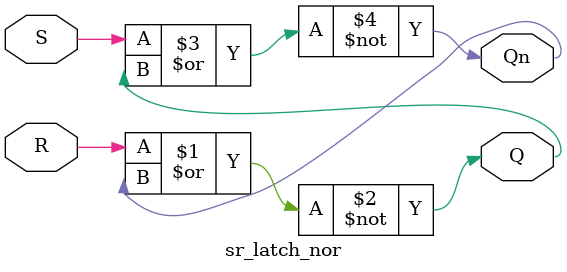
<source format=v>
module sr_latch_nor (
    input S, R,
    output Q, Qn
);
    // Cross-coupled NOR gates
    nor (Q, R, Qn);   // Q = ~(R + Qn)
    nor (Qn, S, Q);   // Qn = ~(S + Q)
endmodule
</source>
